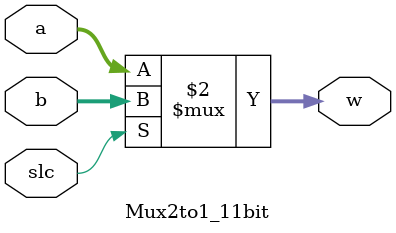
<source format=v>
module Mux2to1_11bit(slc, a, b, w);
    parameter N = 11;
    
    input slc;
    input [N-1:0] a, b;

    output [N-1:0] w;
    
    assign w = ~slc ? a : b;

endmodule

</source>
